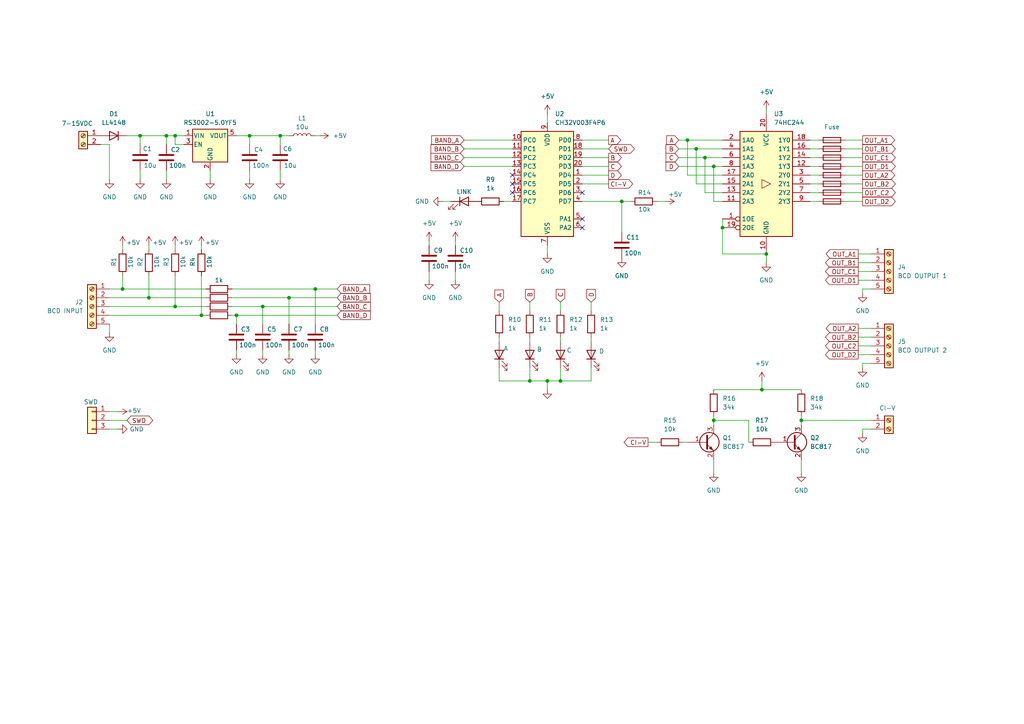
<source format=kicad_sch>
(kicad_sch (version 20231120) (generator "eeschema") (generator_version "8.0")
  (paper "A4")
  (title_block (title "Yaesu BCD to Icom CI-V converter + BCD splitter") (date "23.08.2024"))
  (lib_symbols
    (symbol "74xx:74AHC244"
      (property "Reference" "U" (at -7.62 16.51 0))
      (property "Value" "74AHC244" (at -7.62 -16.51 0))
      (symbol "74AHC244_1_0"
        (polyline (pts (xy 1.27 0) (xy -1.27 1.27) (xy -1.27 -1.27) (xy 1.27 0)) (stroke (width 0.1524)))
        (pin input inverted (at -12.7 -10.16 0) (length 5.08) (name "1OE") (number "1"))
        (pin power_in line (at 0 -20.32 90) (length 5.08) (name "GND") (number "10"))
        (pin input line (at -12.7 -5.08 0) (length 5.08) (name "2A3") (number "11"))
        (pin tri_state line (at 12.7 5.08 180) (length 5.08) (name "1Y3") (number "12"))
        (pin input line (at -12.7 -2.54 0) (length 5.08) (name "2A2") (number "13"))
        (pin tri_state line (at 12.7 7.62 180) (length 5.08) (name "1Y2") (number "14"))
        (pin input line (at -12.7 0 0) (length 5.08) (name "2A1") (number "15"))
        (pin tri_state line (at 12.7 10.16 180) (length 5.08) (name "1Y1") (number "16"))
        (pin input line (at -12.7 2.54 0) (length 5.08) (name "2A0") (number "17"))
        (pin tri_state line (at 12.7 12.7 180) (length 5.08) (name "1Y0") (number "18"))
        (pin input inverted (at -12.7 -12.7 0) (length 5.08) (name "2OE") (number "19"))
        (pin input line (at -12.7 12.7 0) (length 5.08) (name "1A0") (number "2"))
        (pin power_in line (at 0 20.32 270) (length 5.08) (name "VCC") (number "20"))
        (pin tri_state line (at 12.7 2.54 180) (length 5.08) (name "2Y0") (number "3"))
        (pin input line (at -12.7 10.16 0) (length 5.08) (name "1A1") (number "4"))
        (pin tri_state line (at 12.7 0 180) (length 5.08) (name "2Y1") (number "5"))
        (pin input line (at -12.7 7.62 0) (length 5.08) (name "1A2") (number "6"))
        (pin tri_state line (at 12.7 -2.54 180) (length 5.08) (name "2Y2") (number "7"))
        (pin input line (at -12.7 5.08 0) (length 5.08) (name "1A3") (number "8"))
        (pin tri_state line (at 12.7 -5.08 180) (length 5.08) (name "2Y3") (number "9"))
      )
      (symbol "74AHC244_1_1"
        (rectangle (start -7.62 15.24) (end 7.62 -15.24) (stroke (width 0.254)) (fill (type background)))
      )
    )
    (symbol "Connector:Screw_Terminal_01x02" (pin_names (offset 1.016) hide)
      (property "Reference" "J" (at 0 2.54 0))
      (property "Value" "Screw_Terminal_01x02" (at 0 -5.08 0))
      (symbol "Screw_Terminal_01x02_1_1"
        (rectangle (start -1.27 1.27) (end 1.27 -3.81) (stroke (width 0.254)) (fill (type background)))
        (circle (center 0 -2.54) (radius 0.635) (stroke (width 0.1524)))
        (polyline (pts (xy -0.5334 -2.2098) (xy 0.3302 -3.048)) (stroke (width 0.1524)))
        (polyline (pts (xy -0.5334 0.3302) (xy 0.3302 -0.508)) (stroke (width 0.1524)))
        (polyline (pts (xy -0.3556 -2.032) (xy 0.508 -2.8702)) (stroke (width 0.1524)))
        (polyline (pts (xy -0.3556 0.508) (xy 0.508 -0.3302)) (stroke (width 0.1524)))
        (circle (center 0 0) (radius 0.635) (stroke (width 0.1524)))
        (pin passive line (at -5.08 0 0) (length 3.81) (name "Pin_1") (number "1"))
        (pin passive line (at -5.08 -2.54 0) (length 3.81) (name "Pin_2") (number "2"))
      )
    )
    (symbol "Connector:Screw_Terminal_01x05" (pin_names (offset 1.016) hide)
      (property "Reference" "J" (at 0 7.62 0))
      (property "Value" "Screw_Terminal_01x05" (at 0 -7.62 0))
      (symbol "Screw_Terminal_01x05_1_1"
        (rectangle (start -1.27 6.35) (end 1.27 -6.35) (stroke (width 0.254)) (fill (type background)))
        (circle (center 0 -5.08) (radius 0.635) (stroke (width 0.1524)))
        (circle (center 0 -2.54) (radius 0.635) (stroke (width 0.1524)))
        (polyline (pts (xy -0.5334 -4.7498) (xy 0.3302 -5.588)) (stroke (width 0.1524)))
        (polyline (pts (xy -0.5334 -2.2098) (xy 0.3302 -3.048)) (stroke (width 0.1524)))
        (polyline (pts (xy -0.5334 0.3302) (xy 0.3302 -0.508)) (stroke (width 0.1524)))
        (polyline (pts (xy -0.5334 2.8702) (xy 0.3302 2.032)) (stroke (width 0.1524)))
        (polyline (pts (xy -0.5334 5.4102) (xy 0.3302 4.572)) (stroke (width 0.1524)))
        (polyline (pts (xy -0.3556 -4.572) (xy 0.508 -5.4102)) (stroke (width 0.1524)))
        (polyline (pts (xy -0.3556 -2.032) (xy 0.508 -2.8702)) (stroke (width 0.1524)))
        (polyline (pts (xy -0.3556 0.508) (xy 0.508 -0.3302)) (stroke (width 0.1524)))
        (polyline (pts (xy -0.3556 3.048) (xy 0.508 2.2098)) (stroke (width 0.1524)))
        (polyline (pts (xy -0.3556 5.588) (xy 0.508 4.7498)) (stroke (width 0.1524)))
        (circle (center 0 0) (radius 0.635) (stroke (width 0.1524)))
        (circle (center 0 2.54) (radius 0.635) (stroke (width 0.1524)))
        (circle (center 0 5.08) (radius 0.635) (stroke (width 0.1524)))
        (pin passive line (at -5.08 5.08 0) (length 3.81) (name "Pin_1") (number "1"))
        (pin passive line (at -5.08 2.54 0) (length 3.81) (name "Pin_2") (number "2"))
        (pin passive line (at -5.08 0 0) (length 3.81) (name "Pin_3") (number "3"))
        (pin passive line (at -5.08 -2.54 0) (length 3.81) (name "Pin_4") (number "4"))
        (pin passive line (at -5.08 -5.08 0) (length 3.81) (name "Pin_5") (number "5"))
      )
    )
    (symbol "Connector_Generic:Conn_01x03" (pin_names (offset 1.016) hide)
      (property "Reference" "J" (at 0 5.08 0))
      (property "Value" "Conn_01x03" (at 0 -5.08 0))
      (symbol "Conn_01x03_1_1"
        (rectangle (start -1.27 -2.413) (end 0 -2.667) (stroke (width 0.1524)))
        (rectangle (start -1.27 0.127) (end 0 -0.127) (stroke (width 0.1524)))
        (rectangle (start -1.27 2.667) (end 0 2.413) (stroke (width 0.1524)))
        (rectangle (start -1.27 3.81) (end 1.27 -3.81) (stroke (width 0.254)) (fill (type background)))
        (pin passive line (at -5.08 2.54 0) (length 3.81) (name "Pin_1") (number "1"))
        (pin passive line (at -5.08 0 0) (length 3.81) (name "Pin_2") (number "2"))
        (pin passive line (at -5.08 -2.54 0) (length 3.81) (name "Pin_3") (number "3"))
      )
    )
    (symbol "Device:C" (pin_numbers hide) (pin_names (offset 0.254))
      (property "Reference" "C" (at 0.635 2.54 0))
      (property "Value" "C" (at 0.635 -2.54 0))
      (symbol "C_0_1"
        (polyline (pts (xy -2.032 -0.762) (xy 2.032 -0.762)) (stroke (width 0.508)))
        (polyline (pts (xy -2.032 0.762) (xy 2.032 0.762)) (stroke (width 0.508)))
      )
      (symbol "C_1_1"
        (pin passive line (at 0 3.81 270) (length 2.794) (name "~") (number "1"))
        (pin passive line (at 0 -3.81 90) (length 2.794) (name "~") (number "2"))
      )
    )
    (symbol "Device:Fuse" (pin_numbers hide) (pin_names (offset 0))
      (property "Reference" "F" (at 2.032 0 90))
      (property "Value" "Fuse" (at -1.905 0 90))
      (symbol "Fuse_0_1"
        (rectangle (start -0.762 -2.54) (end 0.762 2.54) (stroke (width 0.254)))
        (polyline (pts (xy 0 2.54) (xy 0 -2.54)))
      )
      (symbol "Fuse_1_1"
        (pin passive line (at 0 3.81 270) (length 1.27) (name "~") (number "1"))
        (pin passive line (at 0 -3.81 90) (length 1.27) (name "~") (number "2"))
      )
    )
    (symbol "Device:L" (pin_numbers hide) (pin_names (offset 1.016) hide)
      (property "Reference" "L" (at -1.27 0 90))
      (property "Value" "L" (at 1.905 0 90))
      (symbol "L_0_1"
        (arc (start 0 -2.54) (mid 0.6323 -1.905) (end 0 -1.27))
        (arc (start 0 -1.27) (mid 0.6323 -0.635) (end 0 0))
        (arc (start 0 0) (mid 0.6323 0.635) (end 0 1.27))
        (arc (start 0 1.27) (mid 0.6323 1.905) (end 0 2.54))
      )
      (symbol "L_1_1"
        (pin passive line (at 0 3.81 270) (length 1.27) (name "1") (number "1"))
        (pin passive line (at 0 -3.81 90) (length 1.27) (name "2") (number "2"))
      )
    )
    (symbol "Device:LED" (pin_numbers hide) (pin_names (offset 1.016) hide)
      (property "Reference" "D" (at 0 2.54 0))
      (property "Value" "LED" (at 0 -2.54 0))
      (symbol "LED_0_1"
        (polyline (pts (xy -1.27 -1.27) (xy -1.27 1.27)) (stroke (width 0.254)))
        (polyline (pts (xy -1.27 0) (xy 1.27 0)))
        (polyline (pts (xy 1.27 -1.27) (xy 1.27 1.27) (xy -1.27 0) (xy 1.27 -1.27)) (stroke (width 0.254)))
        (polyline (pts (xy -3.048 -0.762) (xy -4.572 -2.286) (xy -3.81 -2.286) (xy -4.572 -2.286) (xy -4.572 -1.524)))
        (polyline (pts (xy -1.778 -0.762) (xy -3.302 -2.286) (xy -2.54 -2.286) (xy -3.302 -2.286) (xy -3.302 -1.524)))
      )
      (symbol "LED_1_1"
        (pin passive line (at -3.81 0 0) (length 2.54) (name "K") (number "1"))
        (pin passive line (at 3.81 0 180) (length 2.54) (name "A") (number "2"))
      )
    )
    (symbol "Device:R" (pin_numbers hide) (pin_names (offset 0))
      (property "Reference" "R" (at 2.032 0 90))
      (property "Value" "R" (at 0 0 90))
      (symbol "R_0_1"
        (rectangle (start -1.016 -2.54) (end 1.016 2.54) (stroke (width 0.254)))
      )
      (symbol "R_1_1"
        (pin passive line (at 0 3.81 270) (length 1.27) (name "~") (number "1"))
        (pin passive line (at 0 -3.81 90) (length 1.27) (name "~") (number "2"))
      )
    )
    (symbol "Diode:LL4148" (pin_numbers hide) (pin_names hide)
      (property "Reference" "D" (at 0 2.54 0))
      (property "Value" "LL4148" (at 0 -2.54 0))
      (symbol "LL4148_0_1"
        (polyline (pts (xy -1.27 1.27) (xy -1.27 -1.27)) (stroke (width 0.254)))
        (polyline (pts (xy 1.27 0) (xy -1.27 0)))
        (polyline (pts (xy 1.27 1.27) (xy 1.27 -1.27) (xy -1.27 0) (xy 1.27 1.27)) (stroke (width 0.254)))
      )
      (symbol "LL4148_1_1"
        (pin passive line (at -3.81 0 0) (length 2.54) (name "K") (number "1"))
        (pin passive line (at 3.81 0 180) (length 2.54) (name "A") (number "2"))
      )
    )
    (symbol "MCU_WCH_CH32V0:CH32V003FxPx"
      (property "Reference" "U" (at -7.62 17.78 0))
      (property "Value" "CH32V003FxPx" (at 7.62 17.78 0))
      (symbol "CH32V003FxPx_1_1"
        (rectangle (start -7.62 15.24) (end 7.62 -15.24) (stroke (width 0.254)) (fill (type background)))
        (pin bidirectional line (at 10.16 2.54 180) (length 2.54) (name "PD4") (number "1"))
        (pin bidirectional line (at -10.16 12.7 0) (length 2.54) (name "PC0") (number "10"))
        (pin bidirectional line (at -10.16 10.16 0) (length 2.54) (name "PC1") (number "11"))
        (pin bidirectional line (at -10.16 7.62 0) (length 2.54) (name "PC2") (number "12"))
        (pin bidirectional line (at -10.16 5.08 0) (length 2.54) (name "PC3") (number "13"))
        (pin bidirectional line (at -10.16 2.54 0) (length 2.54) (name "PC4") (number "14"))
        (pin bidirectional line (at -10.16 0 0) (length 2.54) (name "PC5") (number "15"))
        (pin bidirectional line (at -10.16 -2.54 0) (length 2.54) (name "PC6") (number "16"))
        (pin bidirectional line (at -10.16 -5.08 0) (length 2.54) (name "PC7") (number "17"))
        (pin bidirectional line (at 10.16 10.16 180) (length 2.54) (name "PD1") (number "18"))
        (pin bidirectional line (at 10.16 7.62 180) (length 2.54) (name "PD2") (number "19"))
        (pin bidirectional line (at 10.16 0 180) (length 2.54) (name "PD5") (number "2"))
        (pin bidirectional line (at 10.16 5.08 180) (length 2.54) (name "PD3") (number "20"))
        (pin bidirectional line (at 10.16 -2.54 180) (length 2.54) (name "PD6") (number "3"))
        (pin bidirectional line (at 10.16 -5.08 180) (length 2.54) (name "PD7") (number "4"))
        (pin bidirectional line (at 10.16 -10.16 180) (length 2.54) (name "PA1") (number "5"))
        (pin bidirectional line (at 10.16 -12.7 180) (length 2.54) (name "PA2") (number "6"))
        (pin power_in line (at 0 -17.78 90) (length 2.54) (name "VSS") (number "7"))
        (pin bidirectional line (at 10.16 12.7 180) (length 2.54) (name "PD0") (number "8"))
        (pin power_in line (at 0 17.78 270) (length 2.54) (name "VDD") (number "9"))
      )
    )
    (symbol "Regulator_Linear:AP2112K-3.3" (pin_names (offset 0.254))
      (property "Reference" "U" (at -5.08 5.715 0))
      (property "Value" "AP2112K-3.3" (at 0 5.715 0))
      (symbol "AP2112K-3.3_0_1"
        (rectangle (start -5.08 4.445) (end 5.08 -5.08) (stroke (width 0.254)) (fill (type background)))
      )
      (symbol "AP2112K-3.3_1_1"
        (pin power_in line (at -7.62 2.54 0) (length 2.54) (name "VIN") (number "1"))
        (pin power_in line (at 0 -7.62 90) (length 2.54) (name "GND") (number "2"))
        (pin input line (at -7.62 0 0) (length 2.54) (name "EN") (number "3"))
        (pin no_connect line (at 5.08 0 180) (length 2.54) hide (name "NC") (number "4"))
        (pin power_out line (at 7.62 2.54 180) (length 2.54) (name "VOUT") (number "5"))
      )
    )
    (symbol "Transistor_BJT:BC817" (pin_names (offset 0) hide)
      (property "Reference" "Q" (at 5.08 1.905 0))
      (property "Value" "BC817" (at 5.08 0 0))
      (symbol "BC817_0_1"
        (polyline (pts (xy 0.635 0.635) (xy 2.54 2.54)))
        (polyline (pts (xy 0.635 -0.635) (xy 2.54 -2.54) (xy 2.54 -2.54)))
        (polyline (pts (xy 0.635 1.905) (xy 0.635 -1.905) (xy 0.635 -1.905)) (stroke (width 0.508)))
        (polyline (pts (xy 1.27 -1.778) (xy 1.778 -1.27) (xy 2.286 -2.286) (xy 1.27 -1.778) (xy 1.27 -1.778)) (fill (type outline)))
        (circle (center 1.27 0) (radius 2.8194) (stroke (width 0.254)))
      )
      (symbol "BC817_1_1"
        (pin input line (at -5.08 0 0) (length 5.715) (name "B") (number "1"))
        (pin passive line (at 2.54 -5.08 90) (length 2.54) (name "E") (number "2"))
        (pin passive line (at 2.54 5.08 270) (length 2.54) (name "C") (number "3"))
      )
    )
    (symbol "power:+5V" (power) (pin_numbers hide) (pin_names (offset 0) hide)
      (property "Value" "+5V" (at 0 3.556 0))
      (symbol "+5V_0_1"
        (polyline (pts (xy -0.762 1.27) (xy 0 2.54)))
        (polyline (pts (xy 0 0) (xy 0 2.54)))
        (polyline (pts (xy 0 2.54) (xy 0.762 1.27)))
      )
      (symbol "+5V_1_1"
        (pin power_in line (at 0 0 90) (length 0) (name "~") (number "1"))
      )
    )
    (symbol "power:GND" (power) (pin_numbers hide) (pin_names (offset 0) hide)
      (property "Value" "GND" (at 0 -3.81 0))
      (symbol "GND_0_1"
        (polyline (pts (xy 0 0) (xy 0 -1.27) (xy 1.27 -1.27) (xy 0 -2.54) (xy -1.27 -1.27) (xy 0 -1.27)))
      )
      (symbol "GND_1_1"
        (pin power_in line (at 0 0 270) (length 0) (name "~") (number "1"))
      )
    )
  )
  (junction (at 207.01 48.26))
  (junction (at 40.64 39.37))
  (junction (at 83.82 86.36))
  (junction (at 50.8 88.9))
  (junction (at 201.93 43.18))
  (junction (at 220.98 113.03))
  (junction (at 232.41 121.92))
  (junction (at 162.56 110.49))
  (junction (at 91.44 83.82))
  (junction (at 35.56 83.82))
  (junction (at 204.47 45.72))
  (junction (at 50.8 39.37))
  (junction (at 158.75 110.49))
  (junction (at 72.39 39.37))
  (junction (at 43.18 86.36))
  (junction (at 81.28 39.37))
  (junction (at 48.26 39.37))
  (junction (at 68.58 91.44))
  (junction (at 180.34 58.42))
  (junction (at 207.01 121.92))
  (junction (at 58.42 91.44))
  (junction (at 199.39 40.64))
  (junction (at 153.67 110.49))
  (junction (at 222.25 73.66))
  (junction (at 76.2 88.9))
  (junction (at 209.55 66.04))
  (no_connect (at 168.91 66.04))
  (no_connect (at 148.59 55.88))
  (no_connect (at 148.59 53.34))
  (no_connect (at 168.91 55.88))
  (no_connect (at 168.91 63.5))
  (no_connect (at 148.59 50.8))
  (wire (pts (xy 76.2 88.9) (xy 97.79 88.9)))
  (wire (pts (xy 43.18 86.36) (xy 43.18 80.01)))
  (wire (pts (xy 207.01 121.92) (xy 207.01 123.19)))
  (wire (pts (xy 31.75 86.36) (xy 43.18 86.36)))
  (wire (pts (xy 171.45 110.49) (xy 162.56 110.49)))
  (wire (pts (xy 209.55 63.5) (xy 209.55 66.04)))
  (wire (pts (xy 250.19 105.41) (xy 250.19 106.68)))
  (wire (pts (xy 168.91 40.64) (xy 176.53 40.64)))
  (wire (pts (xy 91.44 101.6) (xy 91.44 102.87)))
  (wire (pts (xy 250.19 124.46) (xy 250.19 125.73)))
  (wire (pts (xy 72.39 49.53) (xy 72.39 52.07)))
  (wire (pts (xy 31.75 41.91) (xy 29.21 41.91)))
  (wire (pts (xy 222.25 73.66) (xy 209.55 73.66)))
  (wire (pts (xy 132.08 69.85) (xy 132.08 71.12)))
  (wire (pts (xy 168.91 53.34) (xy 176.53 53.34)))
  (wire (pts (xy 31.75 88.9) (xy 50.8 88.9)))
  (wire (pts (xy 204.47 55.88) (xy 209.55 55.88)))
  (wire (pts (xy 220.98 110.49) (xy 220.98 113.03)))
  (wire (pts (xy 144.78 106.68) (xy 144.78 110.49)))
  (wire (pts (xy 248.92 78.74) (xy 252.73 78.74)))
  (wire (pts (xy 234.95 40.64) (xy 237.49 40.64)))
  (wire (pts (xy 245.11 45.72) (xy 250.19 45.72)))
  (wire (pts (xy 31.75 93.98) (xy 31.75 96.52)))
  (wire (pts (xy 209.55 48.26) (xy 207.01 48.26)))
  (wire (pts (xy 81.28 49.53) (xy 81.28 52.07)))
  (wire (pts (xy 59.69 91.44) (xy 58.42 91.44)))
  (wire (pts (xy 252.73 83.82) (xy 250.19 83.82)))
  (wire (pts (xy 34.29 119.38) (xy 31.75 119.38)))
  (wire (pts (xy 234.95 55.88) (xy 237.49 55.88)))
  (wire (pts (xy 153.67 110.49) (xy 153.67 106.68)))
  (wire (pts (xy 50.8 41.91) (xy 53.34 41.91)))
  (wire (pts (xy 232.41 120.65) (xy 232.41 121.92)))
  (wire (pts (xy 153.67 97.79) (xy 153.67 99.06)))
  (wire (pts (xy 232.41 121.92) (xy 252.73 121.92)))
  (wire (pts (xy 217.17 128.27) (xy 217.17 121.92)))
  (wire (pts (xy 40.64 49.53) (xy 40.64 52.07)))
  (wire (pts (xy 198.12 128.27) (xy 199.39 128.27)))
  (wire (pts (xy 222.25 73.66) (xy 222.25 76.2)))
  (wire (pts (xy 50.8 88.9) (xy 59.69 88.9)))
  (wire (pts (xy 171.45 106.68) (xy 171.45 110.49)))
  (wire (pts (xy 171.45 97.79) (xy 171.45 99.06)))
  (wire (pts (xy 190.5 58.42) (xy 193.04 58.42)))
  (wire (pts (xy 234.95 53.34) (xy 237.49 53.34)))
  (wire (pts (xy 201.93 53.34) (xy 209.55 53.34)))
  (wire (pts (xy 81.28 39.37) (xy 72.39 39.37)))
  (wire (pts (xy 232.41 133.35) (xy 232.41 137.16)))
  (wire (pts (xy 162.56 110.49) (xy 158.75 110.49)))
  (wire (pts (xy 35.56 80.01) (xy 35.56 83.82)))
  (wire (pts (xy 144.78 87.63) (xy 144.78 90.17)))
  (wire (pts (xy 168.91 43.18) (xy 176.53 43.18)))
  (wire (pts (xy 153.67 87.63) (xy 153.67 90.17)))
  (wire (pts (xy 234.95 43.18) (xy 237.49 43.18)))
  (wire (pts (xy 48.26 39.37) (xy 48.26 41.91)))
  (wire (pts (xy 245.11 55.88) (xy 250.19 55.88)))
  (wire (pts (xy 83.82 86.36) (xy 97.79 86.36)))
  (wire (pts (xy 31.75 124.46) (xy 34.29 124.46)))
  (wire (pts (xy 196.85 48.26) (xy 207.01 48.26)))
  (wire (pts (xy 43.18 71.12) (xy 43.18 72.39)))
  (wire (pts (xy 168.91 50.8) (xy 176.53 50.8)))
  (wire (pts (xy 35.56 71.12) (xy 35.56 72.39)))
  (wire (pts (xy 146.05 58.42) (xy 148.59 58.42)))
  (wire (pts (xy 209.55 73.66) (xy 209.55 66.04)))
  (wire (pts (xy 144.78 97.79) (xy 144.78 99.06)))
  (wire (pts (xy 207.01 121.92) (xy 217.17 121.92)))
  (wire (pts (xy 81.28 41.91) (xy 81.28 39.37)))
  (wire (pts (xy 60.96 49.53) (xy 60.96 52.07)))
  (wire (pts (xy 158.75 33.02) (xy 158.75 35.56)))
  (wire (pts (xy 36.83 39.37) (xy 40.64 39.37)))
  (wire (pts (xy 48.26 39.37) (xy 50.8 39.37)))
  (wire (pts (xy 234.95 58.42) (xy 237.49 58.42)))
  (wire (pts (xy 58.42 71.12) (xy 58.42 72.39)))
  (wire (pts (xy 31.75 121.92) (xy 36.83 121.92)))
  (wire (pts (xy 31.75 83.82) (xy 35.56 83.82)))
  (wire (pts (xy 168.91 45.72) (xy 176.53 45.72)))
  (wire (pts (xy 134.62 40.64) (xy 148.59 40.64)))
  (wire (pts (xy 67.31 91.44) (xy 68.58 91.44)))
  (wire (pts (xy 72.39 39.37) (xy 72.39 41.91)))
  (wire (pts (xy 234.95 45.72) (xy 237.49 45.72)))
  (wire (pts (xy 199.39 40.64) (xy 199.39 50.8)))
  (wire (pts (xy 128.27 58.42) (xy 130.81 58.42)))
  (wire (pts (xy 76.2 93.98) (xy 76.2 88.9)))
  (wire (pts (xy 204.47 45.72) (xy 204.47 55.88)))
  (wire (pts (xy 207.01 120.65) (xy 207.01 121.92)))
  (wire (pts (xy 40.64 39.37) (xy 48.26 39.37)))
  (wire (pts (xy 245.11 43.18) (xy 250.19 43.18)))
  (wire (pts (xy 168.91 58.42) (xy 180.34 58.42)))
  (wire (pts (xy 248.92 73.66) (xy 252.73 73.66)))
  (wire (pts (xy 81.28 39.37) (xy 83.82 39.37)))
  (wire (pts (xy 248.92 97.79) (xy 252.73 97.79)))
  (wire (pts (xy 162.56 87.63) (xy 162.56 90.17)))
  (wire (pts (xy 76.2 101.6) (xy 76.2 102.87)))
  (wire (pts (xy 196.85 40.64) (xy 199.39 40.64)))
  (wire (pts (xy 209.55 45.72) (xy 204.47 45.72)))
  (wire (pts (xy 220.98 113.03) (xy 232.41 113.03)))
  (wire (pts (xy 67.31 88.9) (xy 76.2 88.9)))
  (wire (pts (xy 134.62 48.26) (xy 148.59 48.26)))
  (wire (pts (xy 43.18 86.36) (xy 59.69 86.36)))
  (wire (pts (xy 68.58 39.37) (xy 72.39 39.37)))
  (wire (pts (xy 234.95 50.8) (xy 237.49 50.8)))
  (wire (pts (xy 31.75 41.91) (xy 31.75 52.07)))
  (wire (pts (xy 134.62 43.18) (xy 148.59 43.18)))
  (wire (pts (xy 162.56 97.79) (xy 162.56 99.06)))
  (wire (pts (xy 196.85 43.18) (xy 201.93 43.18)))
  (wire (pts (xy 209.55 43.18) (xy 201.93 43.18)))
  (wire (pts (xy 222.25 31.75) (xy 222.25 33.02)))
  (wire (pts (xy 40.64 39.37) (xy 40.64 41.91)))
  (wire (pts (xy 248.92 95.25) (xy 252.73 95.25)))
  (wire (pts (xy 207.01 48.26) (xy 207.01 58.42)))
  (wire (pts (xy 35.56 83.82) (xy 59.69 83.82)))
  (wire (pts (xy 168.91 48.26) (xy 176.53 48.26)))
  (wire (pts (xy 48.26 49.53) (xy 48.26 52.07)))
  (wire (pts (xy 232.41 121.92) (xy 232.41 123.19)))
  (wire (pts (xy 68.58 91.44) (xy 97.79 91.44)))
  (wire (pts (xy 83.82 86.36) (xy 67.31 86.36)))
  (wire (pts (xy 124.46 69.85) (xy 124.46 71.12)))
  (wire (pts (xy 144.78 110.49) (xy 153.67 110.49)))
  (wire (pts (xy 180.34 58.42) (xy 182.88 58.42)))
  (wire (pts (xy 250.19 83.82) (xy 250.19 85.09)))
  (wire (pts (xy 245.11 53.34) (xy 250.19 53.34)))
  (wire (pts (xy 68.58 101.6) (xy 68.58 102.87)))
  (wire (pts (xy 91.44 83.82) (xy 67.31 83.82)))
  (wire (pts (xy 83.82 93.98) (xy 83.82 86.36)))
  (wire (pts (xy 248.92 81.28) (xy 252.73 81.28)))
  (wire (pts (xy 132.08 78.74) (xy 132.08 81.28)))
  (wire (pts (xy 83.82 101.6) (xy 83.82 102.87)))
  (wire (pts (xy 158.75 71.12) (xy 158.75 73.66)))
  (wire (pts (xy 245.11 48.26) (xy 250.19 48.26)))
  (wire (pts (xy 91.44 39.37) (xy 92.71 39.37)))
  (wire (pts (xy 31.75 91.44) (xy 58.42 91.44)))
  (wire (pts (xy 134.62 45.72) (xy 148.59 45.72)))
  (wire (pts (xy 50.8 39.37) (xy 50.8 41.91)))
  (wire (pts (xy 245.11 58.42) (xy 250.19 58.42)))
  (wire (pts (xy 245.11 50.8) (xy 250.19 50.8)))
  (wire (pts (xy 248.92 102.87) (xy 252.73 102.87)))
  (wire (pts (xy 248.92 76.2) (xy 252.73 76.2)))
  (wire (pts (xy 209.55 40.64) (xy 199.39 40.64)))
  (wire (pts (xy 162.56 106.68) (xy 162.56 110.49)))
  (wire (pts (xy 50.8 39.37) (xy 53.34 39.37)))
  (wire (pts (xy 234.95 48.26) (xy 237.49 48.26)))
  (wire (pts (xy 199.39 50.8) (xy 209.55 50.8)))
  (wire (pts (xy 171.45 87.63) (xy 171.45 90.17)))
  (wire (pts (xy 124.46 78.74) (xy 124.46 81.28)))
  (wire (pts (xy 180.34 58.42) (xy 180.34 67.31)))
  (wire (pts (xy 68.58 91.44) (xy 68.58 93.98)))
  (wire (pts (xy 158.75 110.49) (xy 153.67 110.49)))
  (wire (pts (xy 248.92 100.33) (xy 252.73 100.33)))
  (wire (pts (xy 252.73 105.41) (xy 250.19 105.41)))
  (wire (pts (xy 252.73 124.46) (xy 250.19 124.46)))
  (wire (pts (xy 50.8 71.12) (xy 50.8 72.39)))
  (wire (pts (xy 201.93 43.18) (xy 201.93 53.34)))
  (wire (pts (xy 91.44 83.82) (xy 97.79 83.82)))
  (wire (pts (xy 196.85 45.72) (xy 204.47 45.72)))
  (wire (pts (xy 245.11 40.64) (xy 250.19 40.64)))
  (wire (pts (xy 207.01 133.35) (xy 207.01 137.16)))
  (wire (pts (xy 158.75 110.49) (xy 158.75 113.03)))
  (wire (pts (xy 187.96 128.27) (xy 190.5 128.27)))
  (wire (pts (xy 91.44 93.98) (xy 91.44 83.82)))
  (wire (pts (xy 50.8 88.9) (xy 50.8 80.01)))
  (wire (pts (xy 58.42 91.44) (xy 58.42 80.01)))
  (wire (pts (xy 207.01 58.42) (xy 209.55 58.42)))
  (wire (pts (xy 207.01 113.03) (xy 220.98 113.03)))
  (global_label "OUT_D2" (shape output) (at 248.92 102.87 180) (property "Intersheetrefs" "${INTERSHEET_REFS}" (effects (hide yes))))
  (global_label "OUT_A2" (shape output) (at 248.92 95.25 180) (property "Intersheetrefs" "${INTERSHEET_REFS}" (effects (hide yes))))
  (global_label "OUT_B1" (shape output) (at 250.19 43.18 0) (property "Intersheetrefs" "${INTERSHEET_REFS}" (effects (hide yes))))
  (global_label "A" (shape input) (at 144.78 87.63 90) (property "Intersheetrefs" "${INTERSHEET_REFS}" (effects (hide yes))))
  (global_label "OUT_D1" (shape output) (at 250.19 48.26 0) (property "Intersheetrefs" "${INTERSHEET_REFS}" (effects (hide yes))))
  (global_label "OUT_D1" (shape output) (at 248.92 81.28 180) (property "Intersheetrefs" "${INTERSHEET_REFS}" (effects (hide yes))))
  (global_label "SWD" (shape bidirectional) (at 36.83 121.92 0) (property "Intersheetrefs" "${INTERSHEET_REFS}" (effects (hide yes))))
  (global_label "OUT_D2" (shape output) (at 250.19 58.42 0) (property "Intersheetrefs" "${INTERSHEET_REFS}" (effects (hide yes))))
  (global_label "OUT_A1" (shape output) (at 248.92 73.66 180) (property "Intersheetrefs" "${INTERSHEET_REFS}" (effects (hide yes))))
  (global_label "CI-V" (shape output) (at 187.96 128.27 180) (property "Intersheetrefs" "${INTERSHEET_REFS}" (effects (hide yes))))
  (global_label "BAND_B" (shape input) (at 97.79 86.36 0) (property "Intersheetrefs" "${INTERSHEET_REFS}" (effects (hide yes))))
  (global_label "A" (shape input) (at 196.85 40.64 180) (property "Intersheetrefs" "${INTERSHEET_REFS}" (effects (hide yes))))
  (global_label "BAND_A" (shape input) (at 97.79 83.82 0) (property "Intersheetrefs" "${INTERSHEET_REFS}" (effects (hide yes))))
  (global_label "OUT_B1" (shape output) (at 248.92 76.2 180) (property "Intersheetrefs" "${INTERSHEET_REFS}" (effects (hide yes))))
  (global_label "B" (shape input) (at 196.85 43.18 180) (property "Intersheetrefs" "${INTERSHEET_REFS}" (effects (hide yes))))
  (global_label "SWD" (shape bidirectional) (at 176.53 43.18 0) (property "Intersheetrefs" "${INTERSHEET_REFS}" (effects (hide yes))))
  (global_label "OUT_B2" (shape output) (at 248.92 97.79 180) (property "Intersheetrefs" "${INTERSHEET_REFS}" (effects (hide yes))))
  (global_label "D" (shape input) (at 171.45 87.63 90) (property "Intersheetrefs" "${INTERSHEET_REFS}" (effects (hide yes))))
  (global_label "OUT_A1" (shape output) (at 250.19 40.64 0) (property "Intersheetrefs" "${INTERSHEET_REFS}" (effects (hide yes))))
  (global_label "OUT_C2" (shape output) (at 248.92 100.33 180) (property "Intersheetrefs" "${INTERSHEET_REFS}" (effects (hide yes))))
  (global_label "D" (shape input) (at 196.85 48.26 180) (property "Intersheetrefs" "${INTERSHEET_REFS}" (effects (hide yes))))
  (global_label "CI-V" (shape output) (at 176.53 53.34 0) (property "Intersheetrefs" "${INTERSHEET_REFS}" (effects (hide yes))))
  (global_label "C" (shape input) (at 196.85 45.72 180) (property "Intersheetrefs" "${INTERSHEET_REFS}" (effects (hide yes))))
  (global_label "BAND_A" (shape input) (at 134.62 40.64 180) (property "Intersheetrefs" "${INTERSHEET_REFS}" (effects (hide yes))))
  (global_label "OUT_C1" (shape output) (at 250.19 45.72 0) (property "Intersheetrefs" "${INTERSHEET_REFS}" (effects (hide yes))))
  (global_label "C" (shape input) (at 162.56 87.63 90) (property "Intersheetrefs" "${INTERSHEET_REFS}" (effects (hide yes))))
  (global_label "A" (shape output) (at 176.53 40.64 0) (property "Intersheetrefs" "${INTERSHEET_REFS}" (effects (hide yes))))
  (global_label "B" (shape input) (at 153.67 87.63 90) (property "Intersheetrefs" "${INTERSHEET_REFS}" (effects (hide yes))))
  (global_label "BAND_B" (shape input) (at 134.62 43.18 180) (property "Intersheetrefs" "${INTERSHEET_REFS}" (effects (hide yes))))
  (global_label "BAND_D" (shape input) (at 134.62 48.26 180) (property "Intersheetrefs" "${INTERSHEET_REFS}" (effects (hide yes))))
  (global_label "OUT_C2" (shape output) (at 250.19 55.88 0) (property "Intersheetrefs" "${INTERSHEET_REFS}" (effects (hide yes))))
  (global_label "B" (shape output) (at 176.53 45.72 0) (property "Intersheetrefs" "${INTERSHEET_REFS}" (effects (hide yes))))
  (global_label "BAND_C" (shape input) (at 134.62 45.72 180) (property "Intersheetrefs" "${INTERSHEET_REFS}" (effects (hide yes))))
  (global_label "BAND_D" (shape input) (at 97.79 91.44 0) (property "Intersheetrefs" "${INTERSHEET_REFS}" (effects (hide yes))))
  (global_label "OUT_C1" (shape output) (at 248.92 78.74 180) (property "Intersheetrefs" "${INTERSHEET_REFS}" (effects (hide yes))))
  (global_label "OUT_A2" (shape output) (at 250.19 50.8 0) (property "Intersheetrefs" "${INTERSHEET_REFS}" (effects (hide yes))))
  (global_label "C" (shape output) (at 176.53 48.26 0) (property "Intersheetrefs" "${INTERSHEET_REFS}" (effects (hide yes))))
  (global_label "OUT_B2" (shape output) (at 250.19 53.34 0) (property "Intersheetrefs" "${INTERSHEET_REFS}" (effects (hide yes))))
  (global_label "BAND_C" (shape input) (at 97.79 88.9 0) (property "Intersheetrefs" "${INTERSHEET_REFS}" (effects (hide yes))))
  (global_label "D" (shape output) (at 176.53 50.8 0) (property "Intersheetrefs" "${INTERSHEET_REFS}" (effects (hide yes))))
  (symbol (lib_id "Regulator_Linear:AP2112K-3.3") (at 60.96 41.91 0) (unit 1)
    (property "Reference" "U1" (at 60.96 33.02 0))
    (property "Value" "RS3002-5.0YF5" (at 60.96 35.56 0))
    (property "Footprint" "Package_TO_SOT_SMD:SOT-23-5" (effects (hide yes)))
    (property "Datasheet" "https://www.diodes.com/assets/Datasheets/AP2112.pdf" (effects (hide yes)))
    (property "Description" "600mA low dropout linear regulator, with enable pin, 3.8V-6V input voltage range, 3.3V fixed positive output, SOT-23-5" (effects (hide yes)))
  )
  (symbol (lib_id "Device:LED") (at 144.78 102.87 90) (unit 1)
    (property "Reference" "D3" (effects (hide yes)))
    (property "Value" "A" (at 146.05 101.092 90) (effects (justify right)))
    (property "Footprint" "LED_SMD:LED_1206_3216Metric" (effects (hide yes)))
    (property "Description" "Light emitting diode" (effects (hide yes)))
  )
  (symbol (lib_id "Device:LED") (at 162.56 102.87 90) (unit 1)
    (property "Reference" "D5" (effects (hide yes)))
    (property "Value" "C" (at 164.338 101.6 90) (effects (justify right)))
    (property "Footprint" "LED_SMD:LED_1206_3216Metric" (effects (hide yes)))
    (property "Description" "Light emitting diode" (effects (hide yes)))
  )
  (symbol (lib_id "Device:Fuse") (at 241.3 48.26 90) (unit 1)
    (property "Reference" "F4" (effects (hide yes)))
    (property "Value" "Fuse" (effects (hide yes)))
    (property "Footprint" "Resistor_SMD:R_1206_3216Metric" (effects (hide yes)))
    (property "Description" "Fuse" (effects (hide yes)))
  )
  (symbol (lib_id "Device:Fuse") (at 241.3 55.88 90) (unit 1)
    (property "Reference" "F7" (effects (hide yes)))
    (property "Value" "Fuse" (effects (hide yes)))
    (property "Footprint" "Resistor_SMD:R_1206_3216Metric" (effects (hide yes)))
    (property "Description" "Fuse" (effects (hide yes)))
  )
  (symbol (lib_id "power:GND") (at 128.27 58.42 270) (unit 1)
    (property "Reference" "#PWR021" (effects (hide yes)))
    (property "Value" "GND" (at 124.46 58.4199 90) (effects (justify right)))
    (property "Description" "Power symbol creates a global label with name \"GND\" , ground" (effects (hide yes)))
  )
  (symbol (lib_id "power:GND") (at 91.44 102.87 0) (unit 1)
    (property "Reference" "#PWR017" (effects (hide yes)))
    (property "Value" "GND" (at 91.44 107.95 0))
    (property "Description" "Power symbol creates a global label with name \"GND\" , ground" (effects (hide yes)))
  )
  (symbol (lib_id "Device:R") (at 43.18 76.2 180) (unit 1)
    (property "Reference" "R2" (at 40.64 75.946 90))
    (property "Value" "10k" (at 45.466 75.946 90))
    (property "Footprint" "Resistor_SMD:R_1206_3216Metric" (effects (hide yes)))
    (property "Description" "Resistor" (effects (hide yes)))
  )
  (symbol (lib_id "Device:Fuse") (at 241.3 43.18 90) (unit 1)
    (property "Reference" "F2" (effects (hide yes)))
    (property "Value" "Fuse" (effects (hide yes)))
    (property "Footprint" "Resistor_SMD:R_1206_3216Metric" (effects (hide yes)))
    (property "Description" "Fuse" (effects (hide yes)))
  )
  (symbol (lib_id "power:GND") (at 132.08 81.28 0) (unit 1)
    (property "Reference" "#PWR023" (effects (hide yes)))
    (property "Value" "GND" (at 132.08 86.36 0))
    (property "Description" "Power symbol creates a global label with name \"GND\" , ground" (effects (hide yes)))
  )
  (symbol (lib_id "power:GND") (at 158.75 73.66 0) (unit 1)
    (property "Reference" "#PWR025" (effects (hide yes)))
    (property "Value" "GND" (at 158.75 78.74 0))
    (property "Description" "Power symbol creates a global label with name \"GND\" , ground" (effects (hide yes)))
  )
  (symbol (lib_id "power:GND") (at 180.34 74.93 0) (unit 1)
    (property "Reference" "#PWR027" (effects (hide yes)))
    (property "Value" "GND" (at 180.34 80.01 0))
    (property "Description" "Power symbol creates a global label with name \"GND\" , ground" (effects (hide yes)))
  )
  (symbol (lib_id "power:+5V") (at 124.46 69.85 0) (unit 1)
    (property "Reference" "#PWR019" (effects (hide yes)))
    (property "Value" "+5V" (at 124.46 64.77 0))
    (property "Description" "Power symbol creates a global label with name \"+5V\"" (effects (hide yes)))
  )
  (symbol (lib_id "Device:R") (at 171.45 93.98 0) (unit 1)
    (property "Reference" "R13" (at 173.99 92.7099 0) (effects (justify left)))
    (property "Value" "1k" (at 173.99 95.2499 0) (effects (justify left)))
    (property "Footprint" "Resistor_SMD:R_1206_3216Metric" (effects (hide yes)))
    (property "Description" "Resistor" (effects (hide yes)))
  )
  (symbol (lib_id "power:GND") (at 34.29 124.46 90) (unit 1)
    (property "Reference" "#PWR04" (effects (hide yes)))
    (property "Value" "GND" (at 37.592 124.46 90) (effects (justify right)))
    (property "Description" "Power symbol creates a global label with name \"GND\" , ground" (effects (hide yes)))
  )
  (symbol (lib_id "Device:R") (at 50.8 76.2 180) (unit 1)
    (property "Reference" "R3" (at 48.26 75.946 90))
    (property "Value" "10k" (at 53.086 75.946 90))
    (property "Footprint" "Resistor_SMD:R_1206_3216Metric" (effects (hide yes)))
    (property "Description" "Resistor" (effects (hide yes)))
  )
  (symbol (lib_id "Device:C") (at 132.08 74.93 0) (unit 1)
    (property "Reference" "C10" (at 133.35 72.644 0) (effects (justify left)))
    (property "Value" "10n" (at 132.842 77.216 0) (effects (justify left)))
    (property "Footprint" "Capacitor_SMD:C_1206_3216Metric_Pad1.33x1.80mm_HandSolder" (effects (hide yes)))
    (property "Description" "Unpolarized capacitor" (effects (hide yes)))
  )
  (symbol (lib_id "Device:Fuse") (at 241.3 40.64 90) (unit 1)
    (property "Reference" "F1" (effects (hide yes)))
    (property "Value" "Fuse" (at 241.3 36.83 90))
    (property "Footprint" "Resistor_SMD:R_1206_3216Metric" (effects (hide yes)))
    (property "Description" "Fuse" (effects (hide yes)))
  )
  (symbol (lib_id "Device:L") (at 87.63 39.37 90) (unit 1)
    (property "Reference" "L1" (at 87.63 34.29 90))
    (property "Value" "10u" (at 87.63 36.83 90))
    (property "Footprint" "Inductor_SMD:L_1206_3216Metric" (effects (hide yes)))
    (property "Description" "Inductor" (effects (hide yes)))
  )
  (symbol (lib_id "Device:Fuse") (at 241.3 45.72 90) (unit 1)
    (property "Reference" "F3" (effects (hide yes)))
    (property "Value" "Fuse" (effects (hide yes)))
    (property "Footprint" "Resistor_SMD:R_1206_3216Metric" (effects (hide yes)))
    (property "Description" "Fuse" (effects (hide yes)))
  )
  (symbol (lib_id "Connector:Screw_Terminal_01x05") (at 26.67 88.9 0) (mirror y) (unit 1)
    (property "Reference" "J2" (at 24.13 87.6299 0) (effects (justify left)))
    (property "Value" "BCD INPUT" (at 24.13 90.1699 0) (effects (justify left)))
    (property "Footprint" "TerminalBlock_MetzConnect:TerminalBlock_MetzConnect_Type011_RT05505HBWC_1x05_P5.00mm_Horizontal" (effects (hide yes)))
    (property "Description" "Generic screw terminal, single row, 01x05, script generated (kicad-library-utils/schlib/autogen/connector/)" (effects (hide yes)))
  )
  (symbol (lib_id "power:GND") (at 31.75 52.07 0) (unit 1)
    (property "Reference" "#PWR01" (effects (hide yes)))
    (property "Value" "GND" (at 31.75 57.15 0))
    (property "Description" "Power symbol creates a global label with name \"GND\" , ground" (effects (hide yes)))
  )
  (symbol (lib_id "power:+5V") (at 193.04 58.42 270) (unit 1)
    (property "Reference" "#PWR028" (effects (hide yes)))
    (property "Value" "+5V" (at 195.834 56.388 90))
    (property "Description" "Power symbol creates a global label with name \"+5V\"" (effects (hide yes)))
  )
  (symbol (lib_id "power:GND") (at 158.75 113.03 0) (unit 1)
    (property "Reference" "#PWR026" (effects (hide yes)))
    (property "Value" "GND" (effects (hide yes)))
    (property "Description" "Power symbol creates a global label with name \"GND\" , ground" (effects (hide yes)))
  )
  (symbol (lib_id "MCU_WCH_CH32V0:CH32V003FxPx") (at 158.75 53.34 0) (unit 1)
    (property "Reference" "U2" (at 160.9441 33.02 0) (effects (justify left)))
    (property "Value" "CH32V003F4P6" (at 160.9441 35.56 0) (effects (justify left)))
    (property "Footprint" "Package_SO:TSSOP-20_4.4x6.5mm_P0.65mm" (effects (hide yes)))
    (property "Datasheet" "https://www.wch-ic.com/products/CH32V003.html" (effects (hide yes)))
    (property "Description" "CH32V003 series are industrial-grade general-purpose microcontrollers designed based on 32-bit RISC-V instruction set and architecture. It adopts QingKe V2A core, RV32EC instruction set, and supports 2 levels of interrupt nesting. The series are mounted with rich peripheral interfaces and function modules. Its internal organizational structure meets the low-cost and low-power embedded application scenarios." (effects (hide yes)))
  )
  (symbol (lib_id "power:GND") (at 72.39 52.07 0) (unit 1)
    (property "Reference" "#PWR013" (effects (hide yes)))
    (property "Value" "GND" (at 72.39 57.15 0))
    (property "Description" "Power symbol creates a global label with name \"GND\" , ground" (effects (hide yes)))
  )
  (symbol (lib_id "Device:C") (at 83.82 97.79 0) (unit 1)
    (property "Reference" "C7" (at 85.09 95.504 0) (effects (justify left)))
    (property "Value" "100n" (at 84.582 100.076 0) (effects (justify left)))
    (property "Footprint" "Capacitor_SMD:C_1206_3216Metric_Pad1.33x1.80mm_HandSolder" (effects (hide yes)))
    (property "Description" "Unpolarized capacitor" (effects (hide yes)))
  )
  (symbol (lib_id "Device:Fuse") (at 241.3 53.34 90) (unit 1)
    (property "Reference" "F6" (effects (hide yes)))
    (property "Value" "Fuse" (effects (hide yes)))
    (property "Footprint" "Resistor_SMD:R_1206_3216Metric" (effects (hide yes)))
    (property "Description" "Fuse" (effects (hide yes)))
  )
  (symbol (lib_id "Device:R") (at 58.42 76.2 180) (unit 1)
    (property "Reference" "R4" (at 55.88 75.946 90))
    (property "Value" "10k" (at 60.706 75.946 90))
    (property "Footprint" "Resistor_SMD:R_1206_3216Metric" (effects (hide yes)))
    (property "Description" "Resistor" (effects (hide yes)))
  )
  (symbol (lib_id "power:+5V") (at 132.08 69.85 0) (unit 1)
    (property "Reference" "#PWR022" (effects (hide yes)))
    (property "Value" "+5V" (at 132.08 64.77 0))
    (property "Description" "Power symbol creates a global label with name \"+5V\"" (effects (hide yes)))
  )
  (symbol (lib_id "Device:LED") (at 171.45 102.87 90) (unit 1)
    (property "Reference" "D6" (effects (hide yes)))
    (property "Value" "D" (at 173.736 101.854 90) (effects (justify right)))
    (property "Footprint" "LED_SMD:LED_1206_3216Metric" (effects (hide yes)))
    (property "Description" "Light emitting diode" (effects (hide yes)))
  )
  (symbol (lib_id "Device:R") (at 142.24 58.42 90) (unit 1)
    (property "Reference" "R9" (at 142.24 52.07 90))
    (property "Value" "1k" (at 142.24 54.61 90))
    (property "Footprint" "Resistor_SMD:R_1206_3216Metric" (effects (hide yes)))
    (property "Description" "Resistor" (effects (hide yes)))
  )
  (symbol (lib_id "Device:R") (at 35.56 76.2 180) (unit 1)
    (property "Reference" "R1" (at 33.02 75.946 90))
    (property "Value" "10k" (at 37.846 75.946 90))
    (property "Footprint" "Resistor_SMD:R_1206_3216Metric" (effects (hide yes)))
    (property "Description" "Resistor" (effects (hide yes)))
  )
  (symbol (lib_id "Device:R") (at 63.5 86.36 90) (unit 1)
    (property "Reference" "R6" (effects (hide yes)))
    (property "Value" "1k" (effects (hide yes)))
    (property "Footprint" "Resistor_SMD:R_1206_3216Metric" (effects (hide yes)))
    (property "Description" "Resistor" (effects (hide yes)))
  )
  (symbol (lib_id "Connector:Screw_Terminal_01x02") (at 24.13 39.37 0) (mirror y) (unit 1)
    (property "Reference" "J1" (effects (hide yes)))
    (property "Value" "7-15VDC" (at 26.924 35.814 0) (effects (justify left)))
    (property "Footprint" "TerminalBlock_MetzConnect:TerminalBlock_MetzConnect_Type055_RT01502HDWU_1x02_P5.00mm_Horizontal" (effects (hide yes)))
    (property "Description" "Generic screw terminal, single row, 01x02, script generated (kicad-library-utils/schlib/autogen/connector/)" (effects (hide yes)))
  )
  (symbol (lib_id "power:+5V") (at 34.29 119.38 270) (unit 1)
    (property "Reference" "#PWR03" (effects (hide yes)))
    (property "Value" "+5V" (at 38.862 119.126 90))
    (property "Description" "Power symbol creates a global label with name \"+5V\"" (effects (hide yes)))
  )
  (symbol (lib_id "Device:Fuse") (at 241.3 58.42 90) (unit 1)
    (property "Reference" "F8" (effects (hide yes)))
    (property "Value" "Fuse" (effects (hide yes)))
    (property "Footprint" "Resistor_SMD:R_1206_3216Metric" (effects (hide yes)))
    (property "Description" "Fuse" (effects (hide yes)))
  )
  (symbol (lib_id "Connector:Screw_Terminal_01x02") (at 257.81 121.92 0) (unit 1)
    (property "Reference" "J6" (effects (hide yes)))
    (property "Value" "CI-V" (at 255.016 118.364 0) (effects (justify left)))
    (property "Footprint" "TerminalBlock_MetzConnect:TerminalBlock_MetzConnect_Type055_RT01502HDWU_1x02_P5.00mm_Horizontal" (effects (hide yes)))
    (property "Description" "Generic screw terminal, single row, 01x02, script generated (kicad-library-utils/schlib/autogen/connector/)" (effects (hide yes)))
  )
  (symbol (lib_id "power:GND") (at 68.58 102.87 0) (unit 1)
    (property "Reference" "#PWR012" (effects (hide yes)))
    (property "Value" "GND" (at 68.58 107.95 0))
    (property "Description" "Power symbol creates a global label with name \"GND\" , ground" (effects (hide yes)))
  )
  (symbol (lib_id "Device:C") (at 72.39 45.72 0) (unit 1)
    (property "Reference" "C4" (at 73.66 43.434 0) (effects (justify left)))
    (property "Value" "100n" (at 73.152 48.006 0) (effects (justify left)))
    (property "Footprint" "Capacitor_SMD:C_1206_3216Metric_Pad1.33x1.80mm_HandSolder" (effects (hide yes)))
    (property "Description" "Unpolarized capacitor" (effects (hide yes)))
  )
  (symbol (lib_id "power:GND") (at 250.19 106.68 0) (unit 1)
    (property "Reference" "#PWR035" (effects (hide yes)))
    (property "Value" "GND" (at 250.19 111.76 0))
    (property "Description" "Power symbol creates a global label with name \"GND\" , ground" (effects (hide yes)))
  )
  (symbol (lib_id "Device:R") (at 63.5 88.9 90) (unit 1)
    (property "Reference" "R7" (effects (hide yes)))
    (property "Value" "1k" (effects (hide yes)))
    (property "Footprint" "Resistor_SMD:R_1206_3216Metric" (effects (hide yes)))
    (property "Description" "Resistor" (effects (hide yes)))
  )
  (symbol (lib_id "power:+5V") (at 35.56 71.12 0) (unit 1)
    (property "Reference" "#PWR05" (effects (hide yes)))
    (property "Value" "+5V" (at 38.608 70.358 0))
    (property "Description" "Power symbol creates a global label with name \"+5V\"" (effects (hide yes)))
  )
  (symbol (lib_id "power:+5V") (at 50.8 71.12 0) (unit 1)
    (property "Reference" "#PWR09" (effects (hide yes)))
    (property "Value" "+5V" (at 53.848 70.358 0))
    (property "Description" "Power symbol creates a global label with name \"+5V\"" (effects (hide yes)))
  )
  (symbol (lib_id "Device:R") (at 186.69 58.42 90) (unit 1)
    (property "Reference" "R14" (at 186.944 55.88 90))
    (property "Value" "10k" (at 186.944 60.706 90))
    (property "Footprint" "Resistor_SMD:R_1206_3216Metric" (effects (hide yes)))
    (property "Description" "Resistor" (effects (hide yes)))
  )
  (symbol (lib_id "power:GND") (at 207.01 137.16 0) (unit 1)
    (property "Reference" "#PWR029" (effects (hide yes)))
    (property "Value" "GND" (at 207.01 142.24 0))
    (property "Description" "Power symbol creates a global label with name \"GND\" , ground" (effects (hide yes)))
  )
  (symbol (lib_id "74xx:74AHC244") (at 222.25 53.34 0) (unit 1)
    (property "Reference" "U3" (at 224.4441 33.02 0) (effects (justify left)))
    (property "Value" "74HC244" (at 224.4441 35.56 0) (effects (justify left)))
    (property "Footprint" "Package_SO:TSSOP-20_4.4x6.5mm_P0.65mm" (effects (hide yes)))
    (property "Datasheet" "https://assets.nexperia.com/documents/data-sheet/74AHC_AHCT244.pdf" (effects (hide yes)))
    (property "Description" "8-bit Buffer/Line Driver 3-state" (effects (hide yes)))
  )
  (symbol (lib_id "power:+5V") (at 222.25 31.75 0) (unit 1)
    (property "Reference" "#PWR031" (effects (hide yes)))
    (property "Value" "+5V" (at 222.25 26.67 0))
    (property "Description" "Power symbol creates a global label with name \"+5V\"" (effects (hide yes)))
  )
  (symbol (lib_id "Device:C") (at 124.46 74.93 0) (unit 1)
    (property "Reference" "C9" (at 125.73 72.644 0) (effects (justify left)))
    (property "Value" "100n" (at 125.222 77.216 0) (effects (justify left)))
    (property "Footprint" "Capacitor_SMD:C_1206_3216Metric_Pad1.33x1.80mm_HandSolder" (effects (hide yes)))
    (property "Description" "Unpolarized capacitor" (effects (hide yes)))
  )
  (symbol (lib_id "Device:R") (at 194.31 128.27 90) (unit 1)
    (property "Reference" "R15" (at 194.31 121.92 90))
    (property "Value" "10k" (at 194.31 124.46 90))
    (property "Footprint" "Resistor_SMD:R_1206_3216Metric" (effects (hide yes)))
    (property "Description" "Resistor" (effects (hide yes)))
  )
  (symbol (lib_id "power:+5V") (at 43.18 71.12 0) (unit 1)
    (property "Reference" "#PWR07" (effects (hide yes)))
    (property "Value" "+5V" (at 46.228 70.358 0))
    (property "Description" "Power symbol creates a global label with name \"+5V\"" (effects (hide yes)))
  )
  (symbol (lib_id "power:GND") (at 60.96 52.07 0) (unit 1)
    (property "Reference" "#PWR011" (effects (hide yes)))
    (property "Value" "GND" (at 60.96 57.15 0))
    (property "Description" "Power symbol creates a global label with name \"GND\" , ground" (effects (hide yes)))
  )
  (symbol (lib_id "power:+5V") (at 92.71 39.37 270) (unit 1)
    (property "Reference" "#PWR018" (effects (hide yes)))
    (property "Value" "+5V" (at 96.52 39.3699 90) (effects (justify left)))
    (property "Description" "Power symbol creates a global label with name \"+5V\"" (effects (hide yes)))
  )
  (symbol (lib_id "power:GND") (at 40.64 52.07 0) (unit 1)
    (property "Reference" "#PWR06" (effects (hide yes)))
    (property "Value" "GND" (at 40.64 57.15 0))
    (property "Description" "Power symbol creates a global label with name \"GND\" , ground" (effects (hide yes)))
  )
  (symbol (lib_id "Device:R") (at 63.5 83.82 90) (unit 1)
    (property "Reference" "R5" (effects (hide yes)))
    (property "Value" "1k" (at 63.5 81.28 90))
    (property "Footprint" "Resistor_SMD:R_1206_3216Metric" (effects (hide yes)))
    (property "Description" "Resistor" (effects (hide yes)))
  )
  (symbol (lib_id "Device:C") (at 91.44 97.79 0) (unit 1)
    (property "Reference" "C8" (at 92.71 95.504 0) (effects (justify left)))
    (property "Value" "100n" (at 92.202 100.076 0) (effects (justify left)))
    (property "Footprint" "Capacitor_SMD:C_1206_3216Metric_Pad1.33x1.80mm_HandSolder" (effects (hide yes)))
    (property "Description" "Unpolarized capacitor" (effects (hide yes)))
  )
  (symbol (lib_id "Device:Fuse") (at 241.3 50.8 90) (unit 1)
    (property "Reference" "F5" (effects (hide yes)))
    (property "Value" "Fuse" (effects (hide yes)))
    (property "Footprint" "Resistor_SMD:R_1206_3216Metric" (effects (hide yes)))
    (property "Description" "Fuse" (effects (hide yes)))
  )
  (symbol (lib_id "power:+5V") (at 58.42 71.12 0) (unit 1)
    (property "Reference" "#PWR010" (effects (hide yes)))
    (property "Value" "+5V" (at 61.468 70.358 0))
    (property "Description" "Power symbol creates a global label with name \"+5V\"" (effects (hide yes)))
  )
  (symbol (lib_id "Device:R") (at 207.01 116.84 0) (unit 1)
    (property "Reference" "R16" (at 209.55 115.5699 0) (effects (justify left)))
    (property "Value" "34k" (at 209.55 118.1099 0) (effects (justify left)))
    (property "Footprint" "Resistor_SMD:R_1206_3216Metric" (effects (hide yes)))
    (property "Description" "Resistor" (effects (hide yes)))
  )
  (symbol (lib_id "power:GND") (at 83.82 102.87 0) (unit 1)
    (property "Reference" "#PWR016" (effects (hide yes)))
    (property "Value" "GND" (at 83.82 107.95 0))
    (property "Description" "Power symbol creates a global label with name \"GND\" , ground" (effects (hide yes)))
  )
  (symbol (lib_id "power:GND") (at 81.28 52.07 0) (unit 1)
    (property "Reference" "#PWR015" (effects (hide yes)))
    (property "Value" "GND" (at 81.28 57.15 0))
    (property "Description" "Power symbol creates a global label with name \"GND\" , ground" (effects (hide yes)))
  )
  (symbol (lib_id "power:+5V") (at 220.98 110.49 0) (unit 1)
    (property "Reference" "#PWR030" (effects (hide yes)))
    (property "Value" "+5V" (at 220.98 105.41 0))
    (property "Description" "Power symbol creates a global label with name \"+5V\"" (effects (hide yes)))
  )
  (symbol (lib_id "power:GND") (at 76.2 102.87 0) (unit 1)
    (property "Reference" "#PWR014" (effects (hide yes)))
    (property "Value" "GND" (at 76.2 107.95 0))
    (property "Description" "Power symbol creates a global label with name \"GND\" , ground" (effects (hide yes)))
  )
  (symbol (lib_id "power:GND") (at 31.75 96.52 0) (unit 1)
    (property "Reference" "#PWR02" (effects (hide yes)))
    (property "Value" "GND" (at 31.75 101.6 0))
    (property "Description" "Power symbol creates a global label with name \"GND\" , ground" (effects (hide yes)))
  )
  (symbol (lib_id "power:GND") (at 250.19 85.09 0) (unit 1)
    (property "Reference" "#PWR034" (effects (hide yes)))
    (property "Value" "GND" (at 250.19 90.17 0))
    (property "Description" "Power symbol creates a global label with name \"GND\" , ground" (effects (hide yes)))
  )
  (symbol (lib_id "Device:C") (at 68.58 97.79 0) (unit 1)
    (property "Reference" "C3" (at 69.85 95.504 0) (effects (justify left)))
    (property "Value" "100n" (at 69.342 100.076 0) (effects (justify left)))
    (property "Footprint" "Capacitor_SMD:C_1206_3216Metric_Pad1.33x1.80mm_HandSolder" (effects (hide yes)))
    (property "Description" "Unpolarized capacitor" (effects (hide yes)))
  )
  (symbol (lib_id "power:GND") (at 250.19 125.73 0) (unit 1)
    (property "Reference" "#PWR036" (effects (hide yes)))
    (property "Value" "GND" (at 250.19 130.81 0))
    (property "Description" "Power symbol creates a global label with name \"GND\" , ground" (effects (hide yes)))
  )
  (symbol (lib_id "Device:R") (at 63.5 91.44 90) (unit 1)
    (property "Reference" "R8" (effects (hide yes)))
    (property "Value" "1k" (effects (hide yes)))
    (property "Footprint" "Resistor_SMD:R_1206_3216Metric" (effects (hide yes)))
    (property "Description" "Resistor" (effects (hide yes)))
  )
  (symbol (lib_id "power:+5V") (at 158.75 33.02 0) (unit 1)
    (property "Reference" "#PWR024" (effects (hide yes)))
    (property "Value" "+5V" (at 158.75 27.94 0))
    (property "Description" "Power symbol creates a global label with name \"+5V\"" (effects (hide yes)))
  )
  (symbol (lib_id "Device:R") (at 220.98 128.27 90) (unit 1)
    (property "Reference" "R17" (at 220.98 121.92 90))
    (property "Value" "10k" (at 220.98 124.46 90))
    (property "Footprint" "Resistor_SMD:R_1206_3216Metric" (effects (hide yes)))
    (property "Description" "Resistor" (effects (hide yes)))
  )
  (symbol (lib_id "Device:C") (at 180.34 71.12 0) (unit 1)
    (property "Reference" "C11" (at 181.61 68.834 0) (effects (justify left)))
    (property "Value" "100n" (at 181.102 73.406 0) (effects (justify left)))
    (property "Footprint" "Capacitor_SMD:C_1206_3216Metric_Pad1.33x1.80mm_HandSolder" (effects (hide yes)))
    (property "Description" "Unpolarized capacitor" (effects (hide yes)))
  )
  (symbol (lib_id "Device:R") (at 144.78 93.98 0) (unit 1)
    (property "Reference" "R10" (at 147.32 92.7099 0) (effects (justify left)))
    (property "Value" "1k" (at 147.32 95.2499 0) (effects (justify left)))
    (property "Footprint" "Resistor_SMD:R_1206_3216Metric" (effects (hide yes)))
    (property "Description" "Resistor" (effects (hide yes)))
  )
  (symbol (lib_id "Device:R") (at 162.56 93.98 0) (unit 1)
    (property "Reference" "R12" (at 165.1 92.7099 0) (effects (justify left)))
    (property "Value" "1k" (at 165.1 95.2499 0) (effects (justify left)))
    (property "Footprint" "Resistor_SMD:R_1206_3216Metric" (effects (hide yes)))
    (property "Description" "Resistor" (effects (hide yes)))
  )
  (symbol (lib_id "Transistor_BJT:BC817") (at 229.87 128.27 0) (unit 1)
    (property "Reference" "Q2" (at 234.95 126.9999 0) (effects (justify left)))
    (property "Value" "BC817" (at 234.95 129.5399 0) (effects (justify left)))
    (property "Footprint" "Package_TO_SOT_SMD:SOT-23" (effects (hide yes)))
    (property "Datasheet" "https://www.onsemi.com/pub/Collateral/BC818-D.pdf" (effects (hide yes)))
    (property "Description" "0.8A Ic, 45V Vce, NPN Transistor, SOT-23" (effects (hide yes)))
  )
  (symbol (lib_id "Device:R") (at 232.41 116.84 0) (unit 1)
    (property "Reference" "R18" (at 234.95 115.5699 0) (effects (justify left)))
    (property "Value" "34k" (at 234.95 118.1099 0) (effects (justify left)))
    (property "Footprint" "Resistor_SMD:R_1206_3216Metric" (effects (hide yes)))
    (property "Description" "Resistor" (effects (hide yes)))
  )
  (symbol (lib_id "Device:LED") (at 153.67 102.87 90) (unit 1)
    (property "Reference" "D4" (effects (hide yes)))
    (property "Value" "B" (at 155.702 101.346 90) (effects (justify right)))
    (property "Footprint" "LED_SMD:LED_1206_3216Metric" (effects (hide yes)))
    (property "Description" "Light emitting diode" (effects (hide yes)))
  )
  (symbol (lib_id "Device:R") (at 153.67 93.98 0) (unit 1)
    (property "Reference" "R11" (at 156.21 92.7099 0) (effects (justify left)))
    (property "Value" "1k" (at 156.21 95.2499 0) (effects (justify left)))
    (property "Footprint" "Resistor_SMD:R_1206_3216Metric" (effects (hide yes)))
    (property "Description" "Resistor" (effects (hide yes)))
  )
  (symbol (lib_id "Device:C") (at 76.2 97.79 0) (unit 1)
    (property "Reference" "C5" (at 77.47 95.504 0) (effects (justify left)))
    (property "Value" "100n" (at 76.962 100.076 0) (effects (justify left)))
    (property "Footprint" "Capacitor_SMD:C_1206_3216Metric_Pad1.33x1.80mm_HandSolder" (effects (hide yes)))
    (property "Description" "Unpolarized capacitor" (effects (hide yes)))
  )
  (symbol (lib_id "Diode:LL4148") (at 33.02 39.37 180) (unit 1)
    (property "Reference" "D1" (at 33.02 33.02 0))
    (property "Value" "LL4148" (at 33.02 35.56 0))
    (property "Footprint" "Diode_SMD:D_MiniMELF" (effects (hide yes)))
    (property "Datasheet" "http://www.vishay.com/docs/85557/ll4148.pdf" (effects (hide yes)))
    (property "Description" "100V 0.15A standard switching diode, MiniMELF" (effects (hide yes)))
    (property "Sim.Device" "D" (effects (hide yes)))
    (property "Sim.Pins" "1=K 2=A" (effects (hide yes)))
  )
  (symbol (lib_id "power:GND") (at 232.41 137.16 0) (unit 1)
    (property "Reference" "#PWR033" (effects (hide yes)))
    (property "Value" "GND" (at 232.41 142.24 0))
    (property "Description" "Power symbol creates a global label with name \"GND\" , ground" (effects (hide yes)))
  )
  (symbol (lib_id "power:GND") (at 124.46 81.28 0) (unit 1)
    (property "Reference" "#PWR020" (effects (hide yes)))
    (property "Value" "GND" (at 124.46 86.36 0))
    (property "Description" "Power symbol creates a global label with name \"GND\" , ground" (effects (hide yes)))
  )
  (symbol (lib_id "Device:C") (at 48.26 45.72 0) (unit 1)
    (property "Reference" "C2" (at 49.53 43.434 0) (effects (justify left)))
    (property "Value" "100n" (at 49.022 48.006 0) (effects (justify left)))
    (property "Footprint" "Capacitor_SMD:C_1206_3216Metric_Pad1.33x1.80mm_HandSolder" (effects (hide yes)))
    (property "Description" "Unpolarized capacitor" (effects (hide yes)))
  )
  (symbol (lib_id "Transistor_BJT:BC817") (at 204.47 128.27 0) (unit 1)
    (property "Reference" "Q1" (at 209.55 126.9999 0) (effects (justify left)))
    (property "Value" "BC817" (at 209.55 129.5399 0) (effects (justify left)))
    (property "Footprint" "Package_TO_SOT_SMD:SOT-23" (effects (hide yes)))
    (property "Datasheet" "https://www.onsemi.com/pub/Collateral/BC818-D.pdf" (effects (hide yes)))
    (property "Description" "0.8A Ic, 45V Vce, NPN Transistor, SOT-23" (effects (hide yes)))
  )
  (symbol (lib_id "power:GND") (at 222.25 76.2 0) (unit 1)
    (property "Reference" "#PWR032" (effects (hide yes)))
    (property "Value" "GND" (at 222.25 81.28 0))
    (property "Description" "Power symbol creates a global label with name \"GND\" , ground" (effects (hide yes)))
  )
  (symbol (lib_id "Connector:Screw_Terminal_01x05") (at 257.81 100.33 0) (unit 1)
    (property "Reference" "J5" (at 260.35 99.0599 0) (effects (justify left)))
    (property "Value" "BCD OUTPUT 2" (at 260.35 101.5999 0) (effects (justify left)))
    (property "Footprint" "TerminalBlock_MetzConnect:TerminalBlock_MetzConnect_Type011_RT05505HBWC_1x05_P5.00mm_Horizontal" (effects (hide yes)))
    (property "Description" "Generic screw terminal, single row, 01x05, script generated (kicad-library-utils/schlib/autogen/connector/)" (effects (hide yes)))
  )
  (symbol (lib_id "Connector:Screw_Terminal_01x05") (at 257.81 78.74 0) (unit 1)
    (property "Reference" "J4" (at 260.35 77.4699 0) (effects (justify left)))
    (property "Value" "BCD OUTPUT 1" (at 260.35 80.0099 0) (effects (justify left)))
    (property "Footprint" "TerminalBlock_MetzConnect:TerminalBlock_MetzConnect_Type011_RT05505HBWC_1x05_P5.00mm_Horizontal" (effects (hide yes)))
    (property "Description" "Generic screw terminal, single row, 01x05, script generated (kicad-library-utils/schlib/autogen/connector/)" (effects (hide yes)))
  )
  (symbol (lib_id "Device:LED") (at 134.62 58.42 0) (unit 1)
    (property "Reference" "D2" (effects (hide yes)))
    (property "Value" "LINK" (at 134.62 55.626 0))
    (property "Footprint" "LED_SMD:LED_1206_3216Metric" (effects (hide yes)))
    (property "Description" "Light emitting diode" (effects (hide yes)))
  )
  (symbol (lib_id "power:GND") (at 48.26 52.07 0) (unit 1)
    (property "Reference" "#PWR08" (effects (hide yes)))
    (property "Value" "GND" (at 48.26 57.15 0))
    (property "Description" "Power symbol creates a global label with name \"GND\" , ground" (effects (hide yes)))
  )
  (symbol (lib_id "Connector_Generic:Conn_01x03") (at 26.67 121.92 0) (mirror y) (unit 1)
    (property "Reference" "J3" (effects (hide yes)))
    (property "Value" "SWD" (at 28.448 116.586 0) (effects (justify left)))
    (property "Footprint" "Connector_PinSocket_2.54mm:PinSocket_1x03_P2.54mm_Vertical" (effects (hide yes)))
    (property "Description" "Generic connector, single row, 01x03, script generated (kicad-library-utils/schlib/autogen/connector/)" (effects (hide yes)))
  )
  (symbol (lib_id "Device:C") (at 40.64 45.72 0) (unit 1)
    (property "Reference" "C1" (at 41.402 43.18 0) (effects (justify left)))
    (property "Value" "10u" (at 41.656 48.006 0) (effects (justify left)))
    (property "Footprint" "Capacitor_SMD:C_1206_3216Metric_Pad1.33x1.80mm_HandSolder" (effects (hide yes)))
    (property "Description" "Unpolarized capacitor" (effects (hide yes)))
  )
  (symbol (lib_id "Device:C") (at 81.28 45.72 0) (unit 1)
    (property "Reference" "C6" (at 82.042 43.18 0) (effects (justify left)))
    (property "Value" "10u" (at 82.296 48.006 0) (effects (justify left)))
    (property "Footprint" "Capacitor_SMD:C_1206_3216Metric_Pad1.33x1.80mm_HandSolder" (effects (hide yes)))
    (property "Description" "Unpolarized capacitor" (effects (hide yes)))
  )
)
</source>
